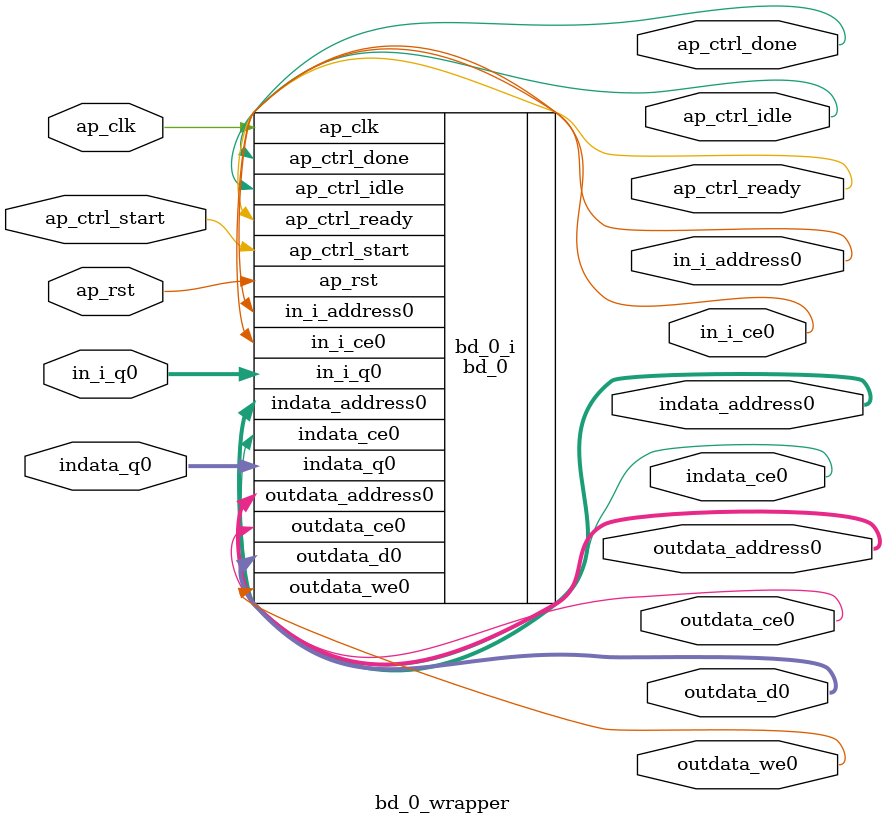
<source format=v>
`timescale 1 ps / 1 ps

module bd_0_wrapper
   (ap_clk,
    ap_ctrl_done,
    ap_ctrl_idle,
    ap_ctrl_ready,
    ap_ctrl_start,
    ap_rst,
    in_i_address0,
    in_i_ce0,
    in_i_q0,
    indata_address0,
    indata_ce0,
    indata_q0,
    outdata_address0,
    outdata_ce0,
    outdata_d0,
    outdata_we0);
  input ap_clk;
  output ap_ctrl_done;
  output ap_ctrl_idle;
  output ap_ctrl_ready;
  input ap_ctrl_start;
  input ap_rst;
  output [0:0]in_i_address0;
  output in_i_ce0;
  input [31:0]in_i_q0;
  output [13:0]indata_address0;
  output indata_ce0;
  input [7:0]indata_q0;
  output [2:0]outdata_address0;
  output outdata_ce0;
  output [31:0]outdata_d0;
  output outdata_we0;

  wire ap_clk;
  wire ap_ctrl_done;
  wire ap_ctrl_idle;
  wire ap_ctrl_ready;
  wire ap_ctrl_start;
  wire ap_rst;
  wire [0:0]in_i_address0;
  wire in_i_ce0;
  wire [31:0]in_i_q0;
  wire [13:0]indata_address0;
  wire indata_ce0;
  wire [7:0]indata_q0;
  wire [2:0]outdata_address0;
  wire outdata_ce0;
  wire [31:0]outdata_d0;
  wire outdata_we0;

  bd_0 bd_0_i
       (.ap_clk(ap_clk),
        .ap_ctrl_done(ap_ctrl_done),
        .ap_ctrl_idle(ap_ctrl_idle),
        .ap_ctrl_ready(ap_ctrl_ready),
        .ap_ctrl_start(ap_ctrl_start),
        .ap_rst(ap_rst),
        .in_i_address0(in_i_address0),
        .in_i_ce0(in_i_ce0),
        .in_i_q0(in_i_q0),
        .indata_address0(indata_address0),
        .indata_ce0(indata_ce0),
        .indata_q0(indata_q0),
        .outdata_address0(outdata_address0),
        .outdata_ce0(outdata_ce0),
        .outdata_d0(outdata_d0),
        .outdata_we0(outdata_we0));
endmodule

</source>
